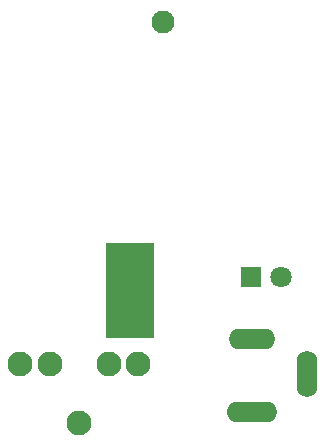
<source format=gbs>
G04*
G04 #@! TF.GenerationSoftware,Altium Limited,Altium Designer,23.10.1 (27)*
G04*
G04 Layer_Color=16711935*
%FSLAX25Y25*%
%MOIN*%
G70*
G04*
G04 #@! TF.SameCoordinates,6BE5E326-444D-4DDB-8984-30915AB2A72B*
G04*
G04*
G04 #@! TF.FilePolarity,Negative*
G04*
G01*
G75*
%ADD47C,0.00400*%
%ADD48C,0.08274*%
%ADD49C,0.07684*%
%ADD50C,0.07093*%
%ADD51R,0.07093X0.07093*%
%ADD52O,0.06896X0.15558*%
%ADD53O,0.15558X0.06896*%
%ADD54O,0.16935X0.06896*%
G36*
X52000Y51000D02*
Y35252D01*
X36252D01*
Y51000D01*
Y66748D01*
X52000D01*
Y51000D01*
D02*
G37*
D47*
X7480Y6843D02*
D03*
X46850D02*
D03*
X11811Y122047D02*
D03*
X98425D02*
D03*
Y137795D02*
D03*
X11811D02*
D03*
X59055Y27559D02*
D03*
Y11811D02*
D03*
D48*
X46850Y26528D02*
D03*
X37008D02*
D03*
X7480D02*
D03*
X17323D02*
D03*
X27165Y6843D02*
D03*
D49*
X55000Y140500D02*
D03*
D50*
X94404Y55331D02*
D03*
D51*
X84561D02*
D03*
D52*
X103067Y23138D02*
D03*
D53*
X84760Y34752D02*
D03*
D54*
Y10343D02*
D03*
M02*

</source>
